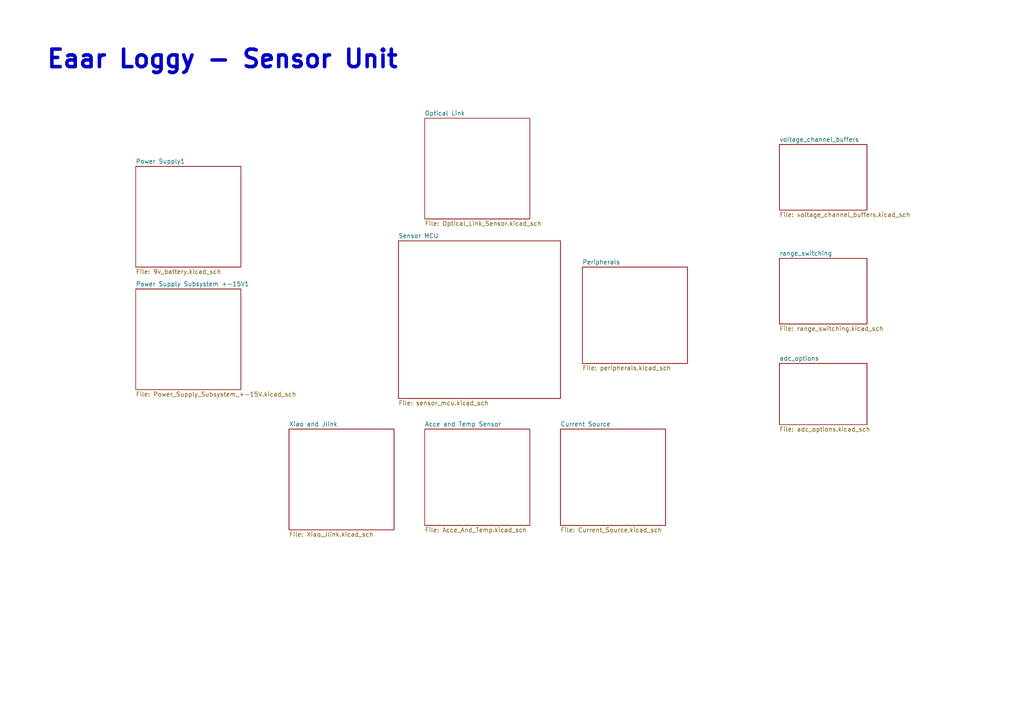
<source format=kicad_sch>
(kicad_sch
	(version 20250114)
	(generator "eeschema")
	(generator_version "9.0")
	(uuid "631e2aad-29d7-4d5a-947a-1d7179af816f")
	(paper "A4")
	(lib_symbols)
	(text "Eaar Loggy - Sensor Unit"
		(exclude_from_sim no)
		(at 64.516 17.272 0)
		(effects
			(font
				(size 5.08 5.08)
				(thickness 1.016)
				(bold yes)
			)
		)
		(uuid "502bc752-7a71-4c9a-8f62-70ca4d7981c0")
	)
	(sheet
		(at 226.06 74.93)
		(size 25.4 19.05)
		(exclude_from_sim no)
		(in_bom yes)
		(on_board yes)
		(dnp no)
		(fields_autoplaced yes)
		(stroke
			(width 0.1524)
			(type solid)
		)
		(fill
			(color 0 0 0 0.0000)
		)
		(uuid "0389e47d-c872-4aeb-a17f-3191bfce2f4e")
		(property "Sheetname" "range_switching"
			(at 226.06 74.2184 0)
			(effects
				(font
					(size 1.27 1.27)
				)
				(justify left bottom)
			)
		)
		(property "Sheetfile" "range_switching.kicad_sch"
			(at 226.06 94.5646 0)
			(effects
				(font
					(size 1.27 1.27)
				)
				(justify left top)
			)
		)
		(instances
			(project "Sensor_Unit"
				(path "/631e2aad-29d7-4d5a-947a-1d7179af816f"
					(page "11")
				)
			)
		)
	)
	(sheet
		(at 83.82 124.46)
		(size 30.48 29.21)
		(exclude_from_sim no)
		(in_bom yes)
		(on_board yes)
		(dnp no)
		(fields_autoplaced yes)
		(stroke
			(width 0.1524)
			(type solid)
		)
		(fill
			(color 0 0 0 0.0000)
		)
		(uuid "0d774d35-7c15-4ad0-92b7-4a5826196e29")
		(property "Sheetname" "Xiao and Jlink"
			(at 83.82 123.7484 0)
			(effects
				(font
					(size 1.27 1.27)
				)
				(justify left bottom)
			)
		)
		(property "Sheetfile" "Xiao_Jlink.kicad_sch"
			(at 83.82 154.2546 0)
			(effects
				(font
					(size 1.27 1.27)
				)
				(justify left top)
			)
		)
		(instances
			(project "Sensor_Unit"
				(path "/631e2aad-29d7-4d5a-947a-1d7179af816f"
					(page "3")
				)
			)
		)
	)
	(sheet
		(at 226.06 105.41)
		(size 25.4 17.78)
		(exclude_from_sim no)
		(in_bom yes)
		(on_board yes)
		(dnp no)
		(fields_autoplaced yes)
		(stroke
			(width 0.1524)
			(type solid)
		)
		(fill
			(color 0 0 0 0.0000)
		)
		(uuid "301d663a-7d3f-44e9-a5e7-70e6cb7b4f3c")
		(property "Sheetname" "adc_options"
			(at 226.06 104.6984 0)
			(effects
				(font
					(size 1.27 1.27)
				)
				(justify left bottom)
			)
		)
		(property "Sheetfile" "adc_options.kicad_sch"
			(at 226.06 123.7746 0)
			(effects
				(font
					(size 1.27 1.27)
				)
				(justify left top)
			)
		)
		(instances
			(project "Sensor_Unit"
				(path "/631e2aad-29d7-4d5a-947a-1d7179af816f"
					(page "12")
				)
			)
		)
	)
	(sheet
		(at 39.37 48.26)
		(size 30.48 29.21)
		(exclude_from_sim no)
		(in_bom yes)
		(on_board yes)
		(dnp no)
		(fields_autoplaced yes)
		(stroke
			(width 0.1524)
			(type solid)
		)
		(fill
			(color 0 0 0 0.0000)
		)
		(uuid "55fbc23f-8772-4f41-8c66-e690c0637b4d")
		(property "Sheetname" "Power Supply1"
			(at 39.37 47.5484 0)
			(effects
				(font
					(size 1.27 1.27)
				)
				(justify left bottom)
			)
		)
		(property "Sheetfile" "9v_battery.kicad_sch"
			(at 39.37 78.0546 0)
			(effects
				(font
					(size 1.27 1.27)
				)
				(justify left top)
			)
		)
		(instances
			(project "Sensor_Unit"
				(path "/631e2aad-29d7-4d5a-947a-1d7179af816f"
					(page "8")
				)
			)
		)
	)
	(sheet
		(at 115.57 69.85)
		(size 46.99 45.72)
		(exclude_from_sim no)
		(in_bom yes)
		(on_board yes)
		(dnp no)
		(fields_autoplaced yes)
		(stroke
			(width 0.1524)
			(type solid)
		)
		(fill
			(color 0 0 0 0.0000)
		)
		(uuid "67e59b68-84f2-4079-b28b-47ca9fd7bf54")
		(property "Sheetname" "Sensor MCU"
			(at 115.57 69.1384 0)
			(effects
				(font
					(size 1.27 1.27)
				)
				(justify left bottom)
			)
		)
		(property "Sheetfile" "sensor_mcu.kicad_sch"
			(at 115.57 116.1546 0)
			(effects
				(font
					(size 1.27 1.27)
				)
				(justify left top)
			)
		)
		(instances
			(project "Sensor_Unit"
				(path "/631e2aad-29d7-4d5a-947a-1d7179af816f"
					(page "2")
				)
			)
		)
	)
	(sheet
		(at 162.56 124.46)
		(size 30.48 27.94)
		(exclude_from_sim no)
		(in_bom yes)
		(on_board yes)
		(dnp no)
		(fields_autoplaced yes)
		(stroke
			(width 0.1524)
			(type solid)
		)
		(fill
			(color 0 0 0 0.0000)
		)
		(uuid "8c3b92f8-79f7-4091-9e1e-fce45f6671a3")
		(property "Sheetname" "Current Source"
			(at 162.56 123.7484 0)
			(effects
				(font
					(size 1.27 1.27)
				)
				(justify left bottom)
			)
		)
		(property "Sheetfile" "Current_Source.kicad_sch"
			(at 162.56 152.9846 0)
			(effects
				(font
					(size 1.27 1.27)
				)
				(justify left top)
			)
		)
		(instances
			(project "Sensor_Unit"
				(path "/631e2aad-29d7-4d5a-947a-1d7179af816f"
					(page "5")
				)
			)
		)
	)
	(sheet
		(at 39.37 83.82)
		(size 30.48 29.21)
		(exclude_from_sim no)
		(in_bom yes)
		(on_board yes)
		(dnp no)
		(fields_autoplaced yes)
		(stroke
			(width 0.1524)
			(type solid)
		)
		(fill
			(color 0 0 0 0.0000)
		)
		(uuid "9c31297e-425b-4427-a1c3-23227f26035d")
		(property "Sheetname" "Power Supply Subsystem +-15V1"
			(at 39.37 83.1084 0)
			(effects
				(font
					(size 1.27 1.27)
				)
				(justify left bottom)
			)
		)
		(property "Sheetfile" "Power_Supply_Subsystem_+-15V.kicad_sch"
			(at 39.37 113.6146 0)
			(effects
				(font
					(size 1.27 1.27)
				)
				(justify left top)
			)
		)
		(instances
			(project "Sensor_Unit"
				(path "/631e2aad-29d7-4d5a-947a-1d7179af816f"
					(page "7")
				)
			)
		)
	)
	(sheet
		(at 168.91 77.47)
		(size 30.48 27.94)
		(exclude_from_sim no)
		(in_bom yes)
		(on_board yes)
		(dnp no)
		(fields_autoplaced yes)
		(stroke
			(width 0.1524)
			(type solid)
		)
		(fill
			(color 0 0 0 0.0000)
		)
		(uuid "b50a152a-47d6-4aa0-ae37-c7237a1cb1ea")
		(property "Sheetname" "Peripherals"
			(at 168.91 76.7584 0)
			(effects
				(font
					(size 1.27 1.27)
				)
				(justify left bottom)
			)
		)
		(property "Sheetfile" "peripherals.kicad_sch"
			(at 168.91 105.9946 0)
			(effects
				(font
					(size 1.27 1.27)
				)
				(justify left top)
			)
		)
		(instances
			(project "Sensor_Unit"
				(path "/631e2aad-29d7-4d5a-947a-1d7179af816f"
					(page "9")
				)
			)
		)
	)
	(sheet
		(at 123.19 124.46)
		(size 30.48 27.94)
		(exclude_from_sim no)
		(in_bom yes)
		(on_board yes)
		(dnp no)
		(fields_autoplaced yes)
		(stroke
			(width 0.1524)
			(type solid)
		)
		(fill
			(color 0 0 0 0.0000)
		)
		(uuid "c1fc27b2-ca38-4016-af9a-d368a755a0c1")
		(property "Sheetname" "Acce and Temp Sensor"
			(at 123.19 123.7484 0)
			(effects
				(font
					(size 1.27 1.27)
				)
				(justify left bottom)
			)
		)
		(property "Sheetfile" "Acce_And_Temp.kicad_sch"
			(at 123.19 152.9846 0)
			(effects
				(font
					(size 1.27 1.27)
				)
				(justify left top)
			)
		)
		(instances
			(project "Sensor_Unit"
				(path "/631e2aad-29d7-4d5a-947a-1d7179af816f"
					(page "4")
				)
			)
		)
	)
	(sheet
		(at 123.19 34.29)
		(size 30.48 29.21)
		(exclude_from_sim no)
		(in_bom yes)
		(on_board yes)
		(dnp no)
		(fields_autoplaced yes)
		(stroke
			(width 0.1524)
			(type solid)
		)
		(fill
			(color 0 0 0 0.0000)
		)
		(uuid "c43fd9d5-36ff-463b-8a2d-b2b6cfcd7b49")
		(property "Sheetname" "Optical Link"
			(at 123.19 33.5784 0)
			(effects
				(font
					(size 1.27 1.27)
				)
				(justify left bottom)
			)
		)
		(property "Sheetfile" "Optical_Link_Sensor.kicad_sch"
			(at 123.19 64.0846 0)
			(effects
				(font
					(size 1.27 1.27)
				)
				(justify left top)
			)
		)
		(instances
			(project "Sensor_Unit"
				(path "/631e2aad-29d7-4d5a-947a-1d7179af816f"
					(page "6")
				)
			)
		)
	)
	(sheet
		(at 226.06 41.91)
		(size 25.4 19.05)
		(exclude_from_sim no)
		(in_bom yes)
		(on_board yes)
		(dnp no)
		(fields_autoplaced yes)
		(stroke
			(width 0.1524)
			(type solid)
		)
		(fill
			(color 0 0 0 0.0000)
		)
		(uuid "dbd4f946-0e70-46e4-9856-682402171601")
		(property "Sheetname" "voltage_channel_buffers"
			(at 226.06 41.1984 0)
			(effects
				(font
					(size 1.27 1.27)
				)
				(justify left bottom)
			)
		)
		(property "Sheetfile" "voltage_channel_buffers.kicad_sch"
			(at 226.06 61.5446 0)
			(effects
				(font
					(size 1.27 1.27)
				)
				(justify left top)
			)
		)
		(instances
			(project "Sensor_Unit"
				(path "/631e2aad-29d7-4d5a-947a-1d7179af816f"
					(page "10")
				)
			)
		)
	)
	(sheet_instances
		(path "/"
			(page "1")
		)
	)
	(embedded_fonts no)
)

</source>
